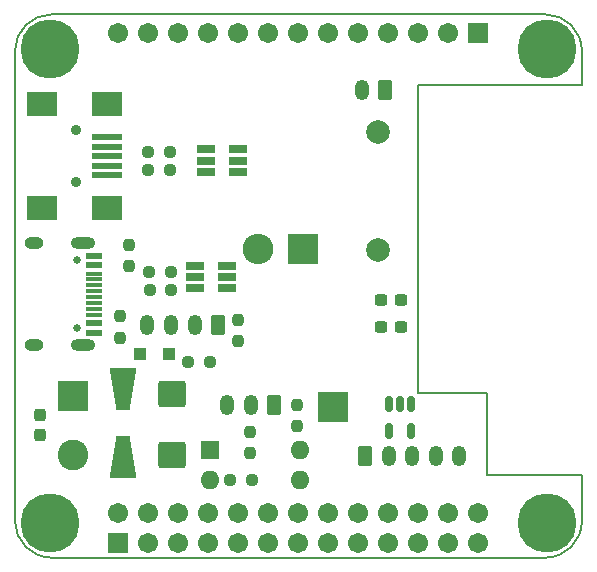
<source format=gbr>
G04 #@! TF.GenerationSoftware,KiCad,Pcbnew,6.0.5*
G04 #@! TF.CreationDate,2022-09-29T12:45:26+03:00*
G04 #@! TF.ProjectId,opi-hat,6f70692d-6861-4742-9e6b-696361645f70,rev?*
G04 #@! TF.SameCoordinates,Original*
G04 #@! TF.FileFunction,Soldermask,Bot*
G04 #@! TF.FilePolarity,Negative*
%FSLAX46Y46*%
G04 Gerber Fmt 4.6, Leading zero omitted, Abs format (unit mm)*
G04 Created by KiCad (PCBNEW 6.0.5) date 2022-09-29 12:45:26*
%MOMM*%
%LPD*%
G01*
G04 APERTURE LIST*
G04 Aperture macros list*
%AMRoundRect*
0 Rectangle with rounded corners*
0 $1 Rounding radius*
0 $2 $3 $4 $5 $6 $7 $8 $9 X,Y pos of 4 corners*
0 Add a 4 corners polygon primitive as box body*
4,1,4,$2,$3,$4,$5,$6,$7,$8,$9,$2,$3,0*
0 Add four circle primitives for the rounded corners*
1,1,$1+$1,$2,$3*
1,1,$1+$1,$4,$5*
1,1,$1+$1,$6,$7*
1,1,$1+$1,$8,$9*
0 Add four rect primitives between the rounded corners*
20,1,$1+$1,$2,$3,$4,$5,0*
20,1,$1+$1,$4,$5,$6,$7,0*
20,1,$1+$1,$6,$7,$8,$9,0*
20,1,$1+$1,$8,$9,$2,$3,0*%
%AMOutline4P*
0 Free polygon, 4 corners , with rotation*
0 The origin of the aperture is its center*
0 number of corners: always 4*
0 $1 to $8 corner X, Y*
0 $9 Rotation angle, in degrees counterclockwise*
0 create outline with 4 corners*
4,1,4,$1,$2,$3,$4,$5,$6,$7,$8,$1,$2,$9*%
G04 Aperture macros list end*
G04 #@! TA.AperFunction,Profile*
%ADD10C,0.127000*%
G04 #@! TD*
%ADD11C,5.000000*%
%ADD12RoundRect,0.101600X-0.754000X-0.754000X0.754000X-0.754000X0.754000X0.754000X-0.754000X0.754000X0*%
%ADD13C,1.711200*%
%ADD14RoundRect,0.250000X0.350000X0.625000X-0.350000X0.625000X-0.350000X-0.625000X0.350000X-0.625000X0*%
%ADD15O,1.200000X1.750000*%
%ADD16R,2.600000X2.600000*%
%ADD17O,2.600000X2.600000*%
%ADD18RoundRect,0.250000X-0.350000X-0.625000X0.350000X-0.625000X0.350000X0.625000X-0.350000X0.625000X0*%
%ADD19C,2.600000*%
%ADD20C,2.000000*%
%ADD21R,1.600000X1.600000*%
%ADD22O,1.600000X1.600000*%
%ADD23R,2.500000X2.500000*%
%ADD24RoundRect,0.237500X0.237500X-0.300000X0.237500X0.300000X-0.237500X0.300000X-0.237500X-0.300000X0*%
%ADD25RoundRect,0.237500X-0.237500X0.250000X-0.237500X-0.250000X0.237500X-0.250000X0.237500X0.250000X0*%
%ADD26R,1.560000X0.650000*%
%ADD27RoundRect,0.237500X-0.250000X-0.237500X0.250000X-0.237500X0.250000X0.237500X-0.250000X0.237500X0*%
%ADD28RoundRect,0.237500X0.300000X0.237500X-0.300000X0.237500X-0.300000X-0.237500X0.300000X-0.237500X0*%
%ADD29RoundRect,0.237500X0.250000X0.237500X-0.250000X0.237500X-0.250000X-0.237500X0.250000X-0.237500X0*%
%ADD30C,0.900000*%
%ADD31R,2.500000X0.500000*%
%ADD32R,2.500000X2.000000*%
%ADD33RoundRect,0.237500X0.237500X-0.250000X0.237500X0.250000X-0.237500X0.250000X-0.237500X-0.250000X0*%
%ADD34Outline4P,-1.800000X-1.150000X1.800000X-0.550000X1.800000X0.550000X-1.800000X1.150000X90.000000*%
%ADD35Outline4P,-1.800000X-1.150000X1.800000X-0.550000X1.800000X0.550000X-1.800000X1.150000X270.000000*%
%ADD36C,0.650000*%
%ADD37R,1.450000X0.600000*%
%ADD38R,1.450000X0.300000*%
%ADD39O,1.600000X1.000000*%
%ADD40O,2.100000X1.000000*%
%ADD41RoundRect,0.150000X-0.150000X0.512500X-0.150000X-0.512500X0.150000X-0.512500X0.150000X0.512500X0*%
%ADD42R,1.000000X1.000000*%
%ADD43RoundRect,0.250000X0.925000X-0.875000X0.925000X0.875000X-0.925000X0.875000X-0.925000X-0.875000X0*%
G04 APERTURE END LIST*
D10*
X126581299Y-51486900D02*
X84781300Y-51486900D01*
X129681299Y-57501509D02*
X129681299Y-54586900D01*
X81681300Y-54586900D02*
X81681300Y-94386900D01*
X129681299Y-57501509D02*
X115841253Y-57501509D01*
X115841253Y-57501509D02*
X115841253Y-83536509D01*
X115841253Y-83536509D02*
X121683253Y-83536509D01*
X121683253Y-90521509D02*
X129684253Y-90521509D01*
X129684253Y-90521509D02*
X129684253Y-94382309D01*
X84781300Y-97486899D02*
X126581299Y-97486899D01*
X121683253Y-83536509D02*
X121683253Y-90521509D01*
X126581299Y-97486894D02*
G75*
G03*
X129681298Y-94386900I4J3099995D01*
G01*
X81681300Y-94386900D02*
G75*
G03*
X84781300Y-97486900I3100000J0D01*
G01*
X84781300Y-51486900D02*
G75*
G03*
X81681300Y-54586900I0J-3100000D01*
G01*
X129681302Y-54586900D02*
G75*
G03*
X126581299Y-51486900I-3099999J1D01*
G01*
D11*
X126736709Y-54431488D03*
X126736709Y-94542406D03*
X84625794Y-54431488D03*
X84625794Y-94542406D03*
D12*
X90441253Y-96236509D03*
D13*
X90441253Y-93696509D03*
X92981253Y-96236509D03*
X92981253Y-93696509D03*
X95521253Y-96236509D03*
X95521253Y-93696509D03*
X98061253Y-96236509D03*
X98061253Y-93696509D03*
X100601253Y-96236509D03*
X100601253Y-93696509D03*
X103141253Y-96236509D03*
X103141253Y-93696509D03*
X105681253Y-96236509D03*
X105681253Y-93696509D03*
X108221253Y-96236509D03*
X108221253Y-93696509D03*
X110761253Y-96236509D03*
X110761253Y-93696509D03*
X113301253Y-96236509D03*
X113301253Y-93696509D03*
X115841253Y-96236509D03*
X115841253Y-93696509D03*
X118381253Y-96236509D03*
X118381253Y-93696509D03*
X120921253Y-96236509D03*
X120921253Y-93696509D03*
D12*
X120921253Y-53056509D03*
D13*
X118381253Y-53056509D03*
X115841253Y-53056509D03*
X113301253Y-53056509D03*
X110761253Y-53056509D03*
X108221253Y-53056509D03*
X105681253Y-53056509D03*
X103141253Y-53056509D03*
X100601253Y-53056509D03*
X98061253Y-53056509D03*
X95521253Y-53056509D03*
X92981253Y-53056509D03*
X90441253Y-53056509D03*
D14*
X113030000Y-57912000D03*
D15*
X111030000Y-57912000D03*
D16*
X106045000Y-71374000D03*
D17*
X102235000Y-71374000D03*
D18*
X111316000Y-88858000D03*
D15*
X113316000Y-88858000D03*
X115316000Y-88858000D03*
X117316000Y-88858000D03*
X119316000Y-88858000D03*
D16*
X86563000Y-83820000D03*
D19*
X86563000Y-88820000D03*
D20*
X112395000Y-61421000D03*
X112395000Y-71421000D03*
D21*
X98171000Y-88392000D03*
D22*
X98171000Y-90932000D03*
X105791000Y-90932000D03*
X105791000Y-88392000D03*
D23*
X108585000Y-84709000D03*
D14*
X103632000Y-84582000D03*
D15*
X101632000Y-84582000D03*
X99632000Y-84582000D03*
D14*
X98885000Y-77766000D03*
D15*
X96885000Y-77766000D03*
X94885000Y-77766000D03*
X92885000Y-77766000D03*
D24*
X83820000Y-87095500D03*
X83820000Y-85370500D03*
D25*
X100584000Y-77343000D03*
X100584000Y-79168000D03*
D26*
X96901000Y-74671000D03*
X96901000Y-73721000D03*
X96901000Y-72771000D03*
X99601000Y-72771000D03*
X99601000Y-73721000D03*
X99601000Y-74671000D03*
D27*
X92940500Y-63119000D03*
X94765500Y-63119000D03*
D28*
X114400500Y-77978000D03*
X112675500Y-77978000D03*
D27*
X93091000Y-74803000D03*
X94916000Y-74803000D03*
X92940500Y-64643000D03*
X94765500Y-64643000D03*
D29*
X101750500Y-90932000D03*
X99925500Y-90932000D03*
D30*
X86877000Y-65700000D03*
X86877000Y-61300000D03*
D31*
X89477000Y-65100000D03*
X89477000Y-64300000D03*
X89477000Y-63500000D03*
X89477000Y-62700000D03*
X89477000Y-61900000D03*
D32*
X83977000Y-59100000D03*
X83977000Y-67900000D03*
X89477000Y-67900000D03*
X89477000Y-59100000D03*
D33*
X91313000Y-72818000D03*
X91313000Y-70993000D03*
D27*
X96346000Y-80899000D03*
X98171000Y-80899000D03*
D25*
X90551000Y-77042000D03*
X90551000Y-78867000D03*
D26*
X97837000Y-64831000D03*
X97837000Y-63881000D03*
X97837000Y-62931000D03*
X100537000Y-62931000D03*
X100537000Y-63881000D03*
X100537000Y-64831000D03*
D28*
X114400500Y-75692000D03*
X112675500Y-75692000D03*
D27*
X93044000Y-73279000D03*
X94869000Y-73279000D03*
D25*
X105537000Y-84535000D03*
X105537000Y-86360000D03*
D34*
X90805000Y-88985000D03*
D35*
X90805000Y-83185000D03*
D36*
X86928000Y-72294000D03*
X86928000Y-78074000D03*
D37*
X88373000Y-78434000D03*
X88373000Y-77634000D03*
D38*
X88373000Y-76434000D03*
X88373000Y-75434000D03*
X88373000Y-74934000D03*
X88373000Y-73934000D03*
D37*
X88373000Y-72734000D03*
X88373000Y-71934000D03*
X88373000Y-71934000D03*
X88373000Y-72734000D03*
D38*
X88373000Y-73434000D03*
X88373000Y-74434000D03*
X88373000Y-75934000D03*
X88373000Y-76934000D03*
D37*
X88373000Y-77634000D03*
X88373000Y-78434000D03*
D39*
X83278000Y-79504000D03*
D40*
X87458000Y-79504000D03*
X87458000Y-70864000D03*
D39*
X83278000Y-70864000D03*
D41*
X113350000Y-84460500D03*
X114300000Y-84460500D03*
X115250000Y-84460500D03*
X115250000Y-86735500D03*
X113350000Y-86735500D03*
D25*
X101600000Y-86844500D03*
X101600000Y-88669500D03*
D42*
X94742000Y-80264000D03*
X92242000Y-80264000D03*
D43*
X94996000Y-88773000D03*
X94996000Y-83673000D03*
M02*

</source>
